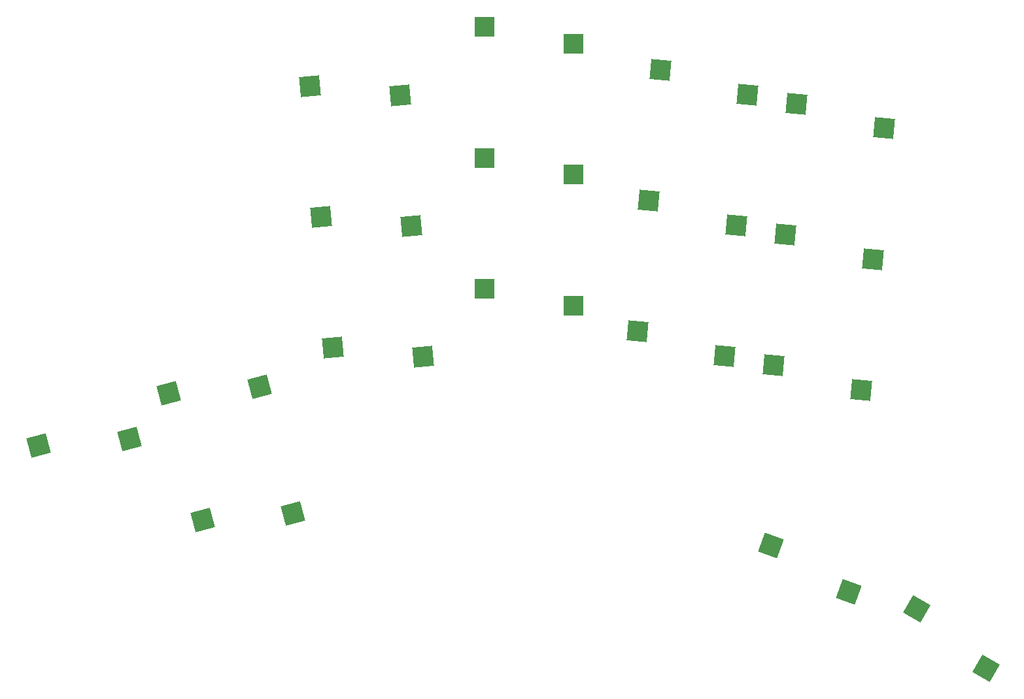
<source format=gbr>
%TF.GenerationSoftware,KiCad,Pcbnew,(6.0.4)*%
%TF.CreationDate,2022-04-14T15:36:21+01:00*%
%TF.ProjectId,axo,61786f2e-6b69-4636-9164-5f7063625858,VERSION_HERE*%
%TF.SameCoordinates,Original*%
%TF.FileFunction,Paste,Bot*%
%TF.FilePolarity,Positive*%
%FSLAX46Y46*%
G04 Gerber Fmt 4.6, Leading zero omitted, Abs format (unit mm)*
G04 Created by KiCad (PCBNEW (6.0.4)) date 2022-04-14 15:36:21*
%MOMM*%
%LPD*%
G01*
G04 APERTURE LIST*
G04 Aperture macros list*
%AMRotRect*
0 Rectangle, with rotation*
0 The origin of the aperture is its center*
0 $1 length*
0 $2 width*
0 $3 Rotation angle, in degrees counterclockwise*
0 Add horizontal line*
21,1,$1,$2,0,0,$3*%
G04 Aperture macros list end*
%ADD10RotRect,2.600000X2.600000X15.000000*%
%ADD11RotRect,2.600000X2.600000X355.000000*%
%ADD12R,2.600000X2.600000*%
%ADD13RotRect,2.600000X2.600000X5.000000*%
%ADD14RotRect,2.600000X2.600000X330.000000*%
%ADD15RotRect,2.600000X2.600000X340.000000*%
G04 APERTURE END LIST*
D10*
%TO.C,S3*%
X145335669Y-127562769D03*
X157061514Y-126698446D03*
%TD*%
D11*
%TO.C,S21*%
X207482588Y-102593800D03*
X218796894Y-105792078D03*
%TD*%
D12*
%TO.C,S15*%
X186188249Y-97060493D03*
X197738249Y-99260493D03*
%TD*%
D10*
%TO.C,S1*%
X149735570Y-143983569D03*
X161461415Y-143119246D03*
%TD*%
%TO.C,S5*%
X128486614Y-134354351D03*
X140212459Y-133490028D03*
%TD*%
D13*
%TO.C,S7*%
X166562836Y-121647171D03*
X178260627Y-122832150D03*
%TD*%
%TO.C,S9*%
X165081135Y-104711872D03*
X176778926Y-105896851D03*
%TD*%
D11*
%TO.C,S25*%
X223685488Y-123920400D03*
X234999794Y-127118678D03*
%TD*%
D14*
%TO.C,S33*%
X242228616Y-155529542D03*
X251131209Y-163209798D03*
%TD*%
D12*
%TO.C,S17*%
X186188250Y-80060495D03*
X197738250Y-82260495D03*
%TD*%
D11*
%TO.C,S19*%
X206000887Y-119529100D03*
X217315193Y-122727378D03*
%TD*%
D15*
%TO.C,S31*%
X223295176Y-147330608D03*
X233396181Y-153348264D03*
%TD*%
D13*
%TO.C,S11*%
X163599535Y-87776570D03*
X175297326Y-88961549D03*
%TD*%
D11*
%TO.C,S23*%
X208964189Y-85658400D03*
X220278495Y-88856678D03*
%TD*%
%TO.C,S27*%
X225167088Y-106985100D03*
X236481394Y-110183378D03*
%TD*%
%TO.C,S29*%
X226648789Y-90049800D03*
X237963095Y-93248078D03*
%TD*%
D12*
%TO.C,S13*%
X186188250Y-114060493D03*
X197738250Y-116260493D03*
%TD*%
M02*

</source>
